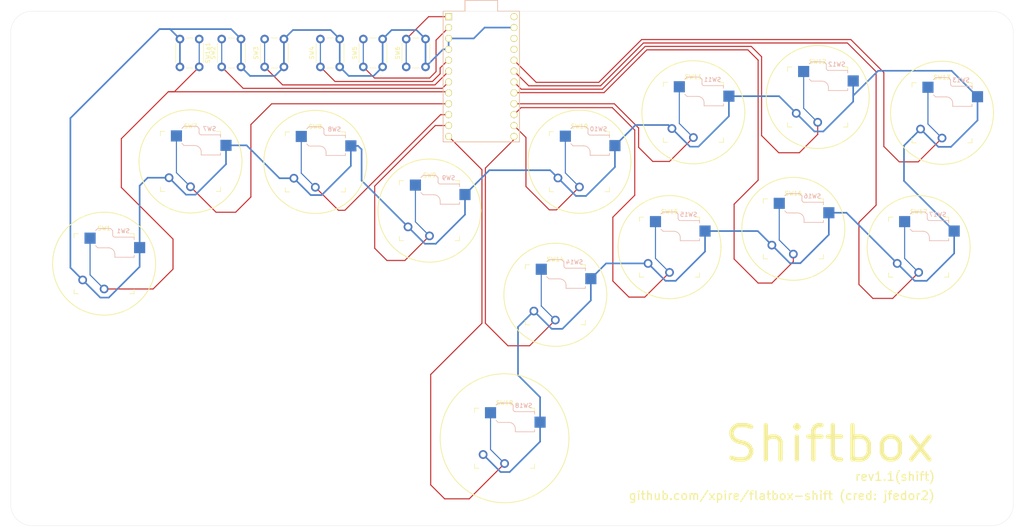
<source format=kicad_pcb>
(kicad_pcb (version 20211014) (generator pcbnew)
  (layers (0 "F.Cu" signal) (31 "B.Cu" signal) (34 "B.Paste" user) (35 "F.Paste" user) (36 "B.SilkS" user "B.Silkscreen") (37 "F.SilkS" user "F.Silkscreen") (38 "B.Mask" user) (39 "F.Mask" user) (44 "Edge.Cuts" user))
  (net 0 "")
  (net 1 "GND")
  (net 2 "LEFT")
  (net 3 "DOWN")
  (net 4 "RIGHT")
  (net 5 "UP")
  (net 6 "L1")
  (net 7 "R1")
  (net 8 "TRIANGLE")
  (net 9 "SQUARE")
  (net 10 "CIRCLE")
  (net 11 "CROSS")
  (net 12 "R2")
  (net 13 "L2")
  (net 17 "OPT1")
  (net 18 "OPT2")
  (net 19 "OPT3")
  (net 20 "OPT4")
  (net 21 "OPT5")
  (net 22 "OPT6")
  (footprint "Kailh:Kailh_socket_PG1350_optional" (layer "F.Cu") (at 102.4076 70.1484)
    (fp_text reference "SW8")
    (fp_text value "SW_Push")
  )
  (footprint "Kailh:Kailh_socket_PG1350_optional" (layer "F.Cu") (at 129.0076 81.4984)
    (fp_text reference "SW9")
    (fp_text value "SW_Push")
  )
  (footprint "Kailh:Kailh_socket_PG1350_optional" (layer "F.Cu") (at 146.5076 134.5984)
    (fp_text reference "SW18")
    (fp_text value "SW_Push")
  )
  (footprint "Kailh:Kailh_socket_PG1350_optional" (layer "F.Cu") (at 163.9476 70.0884)
    (fp_text reference "SW10")
    (fp_text value "SW_Push")
  )
  (footprint "Kailh:Kailh_socket_PG1350_optional" (layer "F.Cu") (at 190.5076 58.5584)
    (fp_text reference "SW11")
    (fp_text value "SW_Push")
  )
  (footprint "Kailh:Kailh_socket_PG1350_optional" (layer "F.Cu") (at 219.4776 55)
    (fp_text reference "SW12")
    (fp_text value "SW_Push")
  )
  (footprint "Kailh:Kailh_socket_PG1350_optional" (layer "F.Cu") (at 248.4476 58.6784)
    (fp_text reference "SW13")
    (fp_text value "SW_Push")
  )
  (footprint "Kailh:Kailh_socket_PG1350_optional" (layer "F.Cu") (at 158.3376 101.1284)
    (fp_text reference "SW14")
    (fp_text value "SW_Push")
  )
  (footprint "Kailh:Kailh_socket_PG1350_optional" (layer "F.Cu") (at 184.9476 90.0184)
    (fp_text reference "SW15")
    (fp_text value "SW_Push")
  )
  (footprint "Kailh:Kailh_socket_PG1350_optional" (layer "F.Cu") (at 213.7976 85.75)
    (fp_text reference "SW16")
    (fp_text value "SW_Push")
  )
  (footprint "Kailh:Kailh_socket_PG1350_optional" (layer "F.Cu") (at 243.0076 90.0184)
    (fp_text reference "SW17")
    (fp_text value "SW_Push")
  )
  (footprint "MountingHole:MountingHole_6.4mm_M6" (layer "F.Cu") (at 38.403134 41.9784)
    (fp_text reference "REF**" hide)
    (fp_text value "MountingHole_6.4mm_M6")
  )
  (footprint "MountingHole:MountingHole_6.4mm_M6" (layer "F.Cu") (at 38.403134 147.9784)
    (fp_text reference "REF**" hide)
    (fp_text value "MountingHole_6.4mm_M6")
  )
  (footprint "MountingHole:MountingHole_6.4mm_M6" (layer "F.Cu") (at 258.0876 147.9784)
    (fp_text reference "REF**" hide)
    (fp_text value "MountingHole_6.4mm_M6")
  )
  (footprint "MountingHole:MountingHole_6.4mm_M6" (layer "F.Cu") (at 258.0876 41.9784)
    (fp_text reference "REF**" hide)
    (fp_text value "MountingHole_6.4mm_M6")
  )
  (footprint "Kailh:Kailh_socket_PG1350_optional" (layer "F.Cu") (at 73.3126 70.0284)
    (fp_text reference "SW7")
    (fp_text value "SW_Push")
  )
  (footprint "MountingHole:MountingHole_6.4mm_M6" (layer "F.Cu") (at 160.0876 41.9784)
    (fp_text reference "REF**" hide)
    (fp_text value "MountingHole_6.4mm_M6")
  )
  (footprint "Button_Switch_THT:SW_PUSH_6mm_H5mm" (layer "F.Cu") (at 103.5876 47.9784 90)
    (fp_text reference "SW4")
    (fp_text value "SW_Push")
  )
  (footprint "Button_Switch_THT:SW_PUSH_6mm_H5mm" (layer "F.Cu") (at 80.5876 47.9784 90)
    (fp_text reference "SW2")
    (fp_text value "SW_Push")
  )
  (footprint "Button_Switch_THT:SW_PUSH_6mm_H5mm" (layer "F.Cu") (at 113.5876 47.9784 90)
    (fp_text reference "SW5")
    (fp_text value "SW_Push")
  )
  (footprint "Kailh:Kailh_socket_PG1350_optional" (layer "F.Cu") (at 53.1876 93.8784)
    (fp_text reference "SW1")
    (fp_text value "SW_Push")
  )
  (footprint "Button_Switch_THT:SW_PUSH_6mm_H5mm" (layer "F.Cu") (at 90.5876 47.9784 90)
    (fp_text reference "SW3")
    (fp_text value "SW_Push")
  )
  (footprint "Button_Switch_THT:SW_PUSH_6mm_H5mm" (layer "F.Cu") (at 123.5876 47.9784 90)
    (fp_text reference "SW6")
    (fp_text value "SW_Push")
  )
  (footprint "MountingHole:MountingHole_6.4mm_M6" (layer "F.Cu") (at 148.5876 82.9784)
    (fp_text reference "REF**" hide)
    (fp_text value "MountingHole_6.4mm_M6")
  )
  (footprint "MountingHole:MountingHole_6.4mm_M6" (layer "F.Cu") (at 165.0876 147.9784)
    (fp_text reference "REF**" hide)
    (fp_text value "MountingHole_6.4mm_M6")
  )
  (footprint "ProMicro:ProMicro" (layer "F.Cu") (at 141.0876 50.2284 -90)
    (fp_text reference "U1" hide)
    (fp_text value "ProMicro")
  )
  (footprint "Button_Switch_THT:SW_PUSH_6mm_H5mm" (layer "F.Cu") (at 75.3512 41.4784 -90)
    (fp_text reference "SW1a1")
    (fp_text value "SW_Push")
  )
  (gr_curve (pts (xy 231.013521 90.015821) (xy 231.013521 85.718907) (xy 233.299705 81.748396) (xy 237.01089 79.599939)) (layer "F.SilkS") (width 0.2))
  (gr_curve (pts (xy 190.942252 79.599939) (xy 194.653437 81.748396) (xy 196.939621 85.718907) (xy 196.939621 90.015821)) (layer "F.SilkS") (width 0.2))
  (gr_curve (pts (xy 152.340077 111.547708) (xy 148.628893 109.399252) (xy 146.342708 105.42874) (xy 146.342708 101.131826)) (layer "F.SilkS") (width 0.2))
  (gr_curve (pts (xy 96.405314 80.564812) (xy 92.694129 78.416355) (xy 90.407945 74.445844) (xy 90.407945 70.14893)) (layer "F.SilkS") (width 0.2))
  (gr_curve (pts (xy 255.002997 90.015821) (xy 255.002997 94.312734) (xy 252.716813 98.283246) (xy 249.005628 100.431703)) (layer "F.SilkS") (width 0.2))
  (gr_curve (pts (xy 139.001345 147.627812) (xy 134.358838 144.9402) (xy 131.498937 139.973289) (xy 131.498937 134.598065)) (layer "F.SilkS") (width 0.2))
  (gr_curve (pts (xy 184.505523 48.144036) (xy 188.216708 45.99558) (xy 192.789076 45.99558) (xy 196.500261 48.144036)) (layer "F.SilkS") (width 0.2))
  (gr_curve (pts (xy 254.445329 48.262284) (xy 258.156514 50.410741) (xy 260.442698 54.381253) (xy 260.442698 58.678166)) (layer "F.SilkS") (width 0.2))
  (gr_curve (pts (xy 139.001345 121.568318) (xy 143.643851 118.880706) (xy 149.363655 118.880706) (xy 154.006161 121.568318)) (layer "F.SilkS") (width 0.2))
  (gr_curve (pts (xy 248.44796 70.70539) (xy 241.82345 70.70539) (xy 236.453223 65.320618) (xy 236.453222 58.678166)) (layer "F.SilkS") (width 0.2))
  (gr_curve (pts (xy 79.309246 80.446562) (xy 75.598062 82.595019) (xy 71.025693 82.595019) (xy 67.314509 80.446562)) (layer "F.SilkS") (width 0.2))
  (gr_curve (pts (xy 157.953284 80.509268) (xy 154.242099 78.360811) (xy 151.955915 74.3903) (xy 151.955915 70.093386)) (layer "F.SilkS") (width 0.2))
  (gr_curve (pts (xy 169.948022 80.509268) (xy 166.236837 82.657725) (xy 161.664469 82.657725) (xy 157.953284 80.509268)) (layer "F.SilkS") (width 0.2))
  (gr_curve (pts (xy 90.407945 70.14893) (xy 90.407945 65.852017) (xy 92.694129 61.881505) (xy 96.405314 59.733048)) (layer "F.SilkS") (width 0.2))
  (gr_curve (pts (xy 67.314509 59.614798) (xy 71.025693 57.466341) (xy 75.598062 57.466341) (xy 79.309246 59.614798)) (layer "F.SilkS") (width 0.2))
  (gr_curve (pts (xy 170.332184 101.131826) (xy 170.332184 105.42874) (xy 168.046 109.399252) (xy 164.334815 111.547708)) (layer "F.SilkS") (width 0.2))
  (gr_curve (pts (xy 196.500261 68.9758) (xy 192.789076 71.124257) (xy 188.216708 71.124257) (xy 184.505523 68.9758)) (layer "F.SilkS") (width 0.2))
  (gr_line (start 202.49763 58.559918) (end 202.49763 58.559918) (layer "F.SilkS") (width 0.2))
  (gr_curve (pts (xy 108.400052 80.564812) (xy 104.688867 82.713269) (xy 100.116499 82.713269) (xy 96.405314 80.564812)) (layer "F.SilkS") (width 0.2))
  (gr_curve (pts (xy 154.006161 147.627812) (xy 149.363655 150.315424) (xy 143.643851 150.315424) (xy 139.001345 147.627812)) (layer "F.SilkS") (width 0.2))
  (gr_curve (pts (xy 164.334815 90.715946) (xy 168.046 92.864401) (xy 170.332184 96.834913) (xy 170.332184 101.131826)) (layer "F.SilkS") (width 0.2))
  (gr_curve (pts (xy 67.314509 80.446562) (xy 63.603324 78.298105) (xy 61.31714 74.327593) (xy 61.31714 70.03068)) (layer "F.SilkS") (width 0.2))
  (gr_curve (pts (xy 172.950145 90.015821) (xy 172.950145 85.718907) (xy 175.236329 81.748396) (xy 178.947514 79.599939)) (layer "F.SilkS") (width 0.2))
  (gr_curve (pts (xy 161.508569 134.598065) (xy 161.508569 139.973289) (xy 158.648667 144.9402) (xy 154.006161 147.627812)) (layer "F.SilkS") (width 0.2))
  (gr_curve (pts (xy 123.012766 91.917324) (xy 119.301582 89.768867) (xy 117.015398 85.798355) (xy 117.015398 81.501442)) (layer "F.SilkS") (width 0.2))
  (gr_curve (pts (xy 117.015398 81.501442) (xy 117.015398 77.204528) (xy 119.301582 73.234017) (xy 123.012766 71.08556)) (layer "F.SilkS") (width 0.2))
  (gr_curve (pts (xy 96.405314 59.733048) (xy 100.116499 57.584592) (xy 104.688867 57.584592) (xy 108.400052 59.733048)) (layer "F.SilkS") (width 0.2))
  (gr_circle (center 53.1876 93.8784) (end 65.1876 93.8784) (layer "F.SilkS") (width 0.2) (fill none))
  (gr_curve (pts (xy 249.005628 100.431703) (xy 245.294443 102.580159) (xy 240.722075 102.580159) (xy 237.01089 100.431703)) (layer "F.SilkS") (width 0.2))
  (gr_curve (pts (xy 196.939621 90.015821) (xy 196.939621 94.312734) (xy 194.653437 98.283246) (xy 190.942252 100.431703)) (layer "F.SilkS") (width 0.2))
  (gr_curve (pts (xy 152.340077 90.715946) (xy 156.051262 88.567488) (xy 160.62363 88.567488) (xy 164.334815 90.715946)) (layer "F.SilkS") (width 0.2))
  (gr_curve (pts (xy 135.007504 71.08556) (xy 138.718689 73.234017) (xy 141.004873 77.204528) (xy 141.004873 81.501442)) (layer "F.SilkS") (width 0.2))
  (gr_line (start 175.945391 70.093386) (end 175.945391 70.093386) (layer "F.SilkS") (width 0.2))
  (gr_curve (pts (xy 242.450591 48.262284) (xy 246.161776 46.113827) (xy 250.734144 46.113827) (xy 254.445329 48.262284)) (layer "F.SilkS") (width 0.2))
  (gr_curve (pts (xy 237.01089 100.431703) (xy 233.299705 98.283246) (xy 231.013521 94.312734) (xy 231.013521 90.015821)) (layer "F.SilkS") (width 0.2))
  (gr_circle (center 213.7976 85.75) (end 225.7976 85.75) (layer "F.SilkS") (width 0.2) (fill none))
  (gr_curve (pts (xy 202.49763 58.559918) (xy 202.49763 62.856832) (xy 200.211446 66.827343) (xy 196.500261 68.9758)) (layer "F.SilkS") (width 0.2))
  (gr_curve (pts (xy 123.012766 71.08556) (xy 126.723951 68.937103) (xy 131.296319 68.937103) (xy 135.007504 71.08556)) (layer "F.SilkS") (width 0.2))
  (gr_curve (pts (xy 135.007504 91.917324) (xy 131.296319 94.06578) (xy 126.723951 94.06578) (xy 123.012766 91.917324)) (layer "F.SilkS") (width 0.2))
  (gr_curve (pts (xy 169.948022 59.677504) (xy 173.659207 61.825961) (xy 175.945391 65.796473) (xy 175.945391 70.093386)) (layer "F.SilkS") (width 0.2))
  (gr_curve (pts (xy 260.442698 58.678166) (xy 260.442697 65.320618) (xy 255.07247 70.70539) (xy 248.44796 70.70539)) (layer "F.SilkS") (width 0.2))
  (gr_curve (pts (xy 178.947514 100.431703) (xy 175.236329 98.283246) (xy 172.950145 94.312734) (xy 172.950145 90.015821)) (layer "F.SilkS") (width 0.2))
  (gr_curve (pts (xy 236.453222 58.678166) (xy 236.453222 54.381253) (xy 238.739406 50.410741) (xy 242.450591 48.262284)) (layer "F.SilkS") (width 0.2))
  (gr_curve (pts (xy 190.942252 100.431703) (xy 187.231067 102.580159) (xy 182.658699 102.580159) (xy 178.947514 100.431703)) (layer "F.SilkS") (width 0.2))
  (gr_line (start 114.397421 70.14893) (end 114.397421 70.14893) (layer "F.SilkS") (width 0.2))
  (gr_line (start 161.508569 134.598065) (end 161.508569 134.598065) (layer "F.SilkS") (width 0.2))
  (gr_curve (pts (xy 154.006161 121.568318) (xy 158.648667 124.255929) (xy 161.508569 129.222841) (xy 161.508569 134.598065)) (layer "F.SilkS") (width 0.2))
  (gr_curve (pts (xy 178.508155 58.559918) (xy 178.508155 54.263005) (xy 180.794339 50.292493) (xy 184.505523 48.144036)) (layer "F.SilkS") (width 0.2))
  (gr_line (start 141.004873 81.501442) (end 141.004873 81.501442) (layer "F.SilkS") (width 0.2))
  (gr_line (start 196.939621 90.015821) (end 196.939621 90.015821) (layer "F.SilkS") (width 0.2))
  (gr_curve (pts (xy 61.31714 70.03068) (xy 61.31714 65.733767) (xy 63.603324 61.763255) (xy 67.314509 59.614798)) (layer "F.SilkS") (width 0.2))
  (gr_curve (pts (xy 178.947514 79.599939) (xy 182.658699 77.451482) (xy 187.231067 77.451482) (xy 190.942252 79.599939)) (layer "F.SilkS") (width 0.2))
  (gr_curve (pts (xy 108.400052 59.733048) (xy 112.111236 61.881505) (xy 114.397421 65.852017) (xy 114.397421 70.14893)) (layer "F.SilkS") (width 0.2))
  (gr_circle (center 219.4776 55) (end 231.4776 55) (layer "F.SilkS") (width 0.2) (fill none))
  (gr_line (start 85.306615 70.03068) (end 85.306615 70.03068) (layer "F.SilkS") (width 0.2))
  (gr_curve (pts (xy 114.397421 70.14893) (xy 114.397421 74.445844) (xy 112.111236 78.416355) (xy 108.400052 80.564812)) (layer "F.SilkS") (width 0.2))
  (gr_curve (pts (xy 184.505523 68.9758) (xy 180.794339 66.827343) (xy 178.508155 62.856832) (xy 178.508155 58.559918)) (layer "F.SilkS") (width 0.2))
  (gr_curve (pts (xy 141.004873 81.501442) (xy 141.004873 85.798355) (xy 138.718689 89.768867) (xy 135.007504 91.917324)) (layer "F.SilkS") (width 0.2))
  (gr_line (start 255.002997 90.015821) (end 255.002997 90.015821) (layer "F.SilkS") (width 0.2))
  (gr_curve (pts (xy 175.945391 70.093386) (xy 175.945391 74.3903) (xy 173.659207 78.360811) (xy 169.948022 80.509268)) (layer "F.SilkS") (width 0.2))
  (gr_curve (pts (xy 237.01089 79.599939) (xy 240.722075 77.451482) (xy 245.294443 77.451482) (xy 249.005628 79.599939)) (layer "F.SilkS") (width 0.2))
  (gr_curve (pts (xy 151.955915 70.093386) (xy 151.955915 65.796473) (xy 154.242099 61.825961) (xy 157.953284 59.677504)) (layer "F.SilkS") (width 0.2))
  (gr_curve (pts (xy 79.309246 59.614798) (xy 83.020431 61.763255) (xy 85.306615 65.733767) (xy 85.306615 70.03068)) (layer "F.SilkS") (width 0.2))
  (gr_curve (pts (xy 249.005628 79.599939) (xy 252.716813 81.748396) (xy 255.002997 85.718907) (xy 255.002997 90.015821)) (layer "F.SilkS") (width 0.2))
  (gr_curve (pts (xy 157.953284 59.677504) (xy 161.664469 57.529048) (xy 166.236837 57.529048) (xy 169.948022 59.677504)) (layer "F.SilkS") (width 0.2))
  (gr_line (start 170.332184 101.131826) (end 170.332184 101.131826) (layer "F.SilkS") (width 0.2))
  (gr_line (start 260.442698 58.678166) (end 260.442698 58.678166) (layer "F.SilkS") (width 0.2))
  (gr_curve (pts (xy 131.498937 134.598065) (xy 131.498937 129.222841) (xy 134.358838 124.255929) (xy 139.001345 121.568318)) (layer "F.SilkS") (width 0.2))
  (gr_curve (pts (xy 164.334815 111.547708) (xy 160.62363 113.696165) (xy 156.051262 113.696165) (xy 152.340077 111.547708)) (layer "F.SilkS") (width 0.2))
  (gr_curve (pts (xy 146.342708 101.131826) (xy 146.342708 96.834913) (xy 148.628893 92.864401) (xy 152.340077 90.715946)) (layer "F.SilkS") (width 0.2))
  (gr_curve (pts (xy 85.306615 70.03068) (xy 85.306615 74.327593) (xy 83.020431 78.298105) (xy 79.309246 80.446562)) (layer "F.SilkS") (width 0.2))
  (gr_curve (pts (xy 196.500261 48.144036) (xy 200.211446 50.292493) (xy 202.49763 54.263005) (xy 202.49763 58.559918)) (layer "F.SilkS") (width 0.2))
  (gr_line (start 265.0876 39.9784) (end 265.0876 149.9784) (layer "Edge.Cuts") (width 0.05))
  (gr_line (start 260.0876 154.9784) (end 36.403134 154.9784) (layer "Edge.Cuts") (width 0.05))
  (gr_line (start 31.403134 149.9784) (end 31.403134 39.9784) (layer "Edge.Cuts") (width 0.05))
  (gr_line (start 36.403134 34.9784) (end 260.0876 34.9784) (layer "Edge.Cuts") (width 0.05))
  (gr_arc (start 36.403134 154.9784) (mid 32.8676 153.513934) (end 31.403134 149.9784) (layer "Edge.Cuts") (width 0.05))
  (gr_arc (start 31.403134 39.9784) (mid 32.8676 36.442866) (end 36.403134 34.9784) (layer "Edge.Cuts") (width 0.05))
  (gr_arc (start 265.0876 149.9784) (mid 263.623134 153.513934) (end 260.0876 154.9784) (layer "Edge.Cuts") (width 0.05))
  (gr_arc (start 260.0876 34.9784) (mid 263.623134 36.442866) (end 265.0876 39.9784) (layer "Edge.Cuts") (width 0.05))
  (gr_text "github.com/xpire/flatbox-shift (cred: jfedor2)" (at 211.0876 147.9784) (layer "F.SilkS") (effects (font (size 2 2) (thickness 0.3))))
  (gr_text "rev1.1(shift)" (at 237.49 143.51) (layer "F.SilkS") (effects (font (size 2 2) (thickness 0.3))))
  (gr_text "Shiftbox" (at 222.25 135.89) (layer "F.SilkS") (effects (font (size 8 8) (thickness 1))))
  (segment (start 127.9376 89.2284) (end 130.4876 89.2284) (width 0.381) (layer "B.Cu") (net 1))
  (segment (start 125.9876 39.3784) (end 120.1876 39.3784) (width 0.381) (layer "B.Cu") (net 1))
  (segment (start 86.3876 66.2784) (end 94.0576 73.9484) (width 0.381) (layer "B.Cu") (net 1))
  (segment (start 82.776 39.1668) (end 66.0908 39.1668) (width 0.381) (layer "B.Cu") (net 1))
  (segment (start 177.0326 61.5284) (end 184.6776 61.5284) (width 0.381) (layer "B.Cu") (net 1))
  (segment (start 72.2626 77.7784) (end 74.4876 77.7784) (width 0.381) (layer "B.Cu") (net 1))
  (segment (start 68.5396 39.1668) (end 70.8512 41.4784) (width 0.381) (layer "B.Cu") (net 1))
  (segment (start 214.4776 58.8) (end 210.486 54.8084) (width 0.381) (layer "B.Cu") (net 1))
  (segment (start 132.1876 43.8784) (end 128.0876 47.9784) (width 0.381) (layer "B.Cu") (net 1))
  (segment (start 85.0876 41.4784) (end 85.0876 47.9784) (width 0.381) (layer "B.Cu") (net 1))
  (segment (start 118.0876 47.9784) (end 115.9876 50.0784) (width 0.381) (layer "B.Cu") (net 1))
  (segment (start 250.5376 66.6284) (end 256.7226 60.4434) (width 0.381) (layer "B.Cu") (net 1))
  (segment (start 154.7826 135.3834) (end 154.7826 130.8484) (width 0.381) (layer "B.Cu") (net 1))
  (segment (start 61.4626 75.6974) (end 61.4626 90.1284) (width 0.381) (layer "B.Cu") (net 1))
  (segment (start 165.4876 78.0784) (end 172.2226 71.3434) (width 0.381) (layer "B.Cu") (net 1))
  (segment (start 54.283101 101.781443) (end 52.290643 101.781443) (width 0.381) (layer "B.Cu") (net 1))
  (segment (start 239.5876 66.3384) (end 239.5876 74.5734) (width 0.381) (layer "B.Cu") (net 1))
  (segment (start 159.9876 109.0784) (end 166.6126 102.4534) (width 0.381) (layer "B.Cu") (net 1))
  (segment (start 52.290643 101.781443) (end 48.1876 97.6784) (width 0.381) (layer "B.Cu") (net 1))
  (segment (start 115.9876 50.0784) (end 110.1876 50.0784) (width 0.381) (layer "B.Cu") (net 1))
  (segment (start 133.4676 41.3384) (end 133.4676 43.8784) (width 0.381) (layer "B.Cu") (net 1))
  (segment (start 85.0876 41.4784) (end 82.776 39.1668) (width 0.381) (layer "B.Cu") (net 1))
  (segment (start 87.1876 50.0784) (end 85.0876 47.9784) (width 0.381) (layer "B.Cu") (net 1))
  (segment (start 256.7226 60.4434) (end 256.7226 54.9284) (width 0.381) (layer "B.Cu") (net 1))
  (segment (start 141.8676 38.7984) (end 148.7076 38.7984) (width 0.381) (layer "B.Cu") (net 1))
  (segment (start 222.0726 82) (end 226.1892 82) (width 0.381) (layer "B.Cu") (net 1))
  (segment (start 213.0076 93.76) (end 215.4376 93.76) (width 0.381) (layer "B.Cu") (net 1))
  (segment (start 220.7876 63.04) (end 227.7526 56.075) (width 0.381) (layer "B.Cu") (net 1))
  (segment (start 63.3316 73.8284) (end 61.4626 75.6974) (width 0.381) (layer "B.Cu") (net 1))
  (segment (start 101.3376 77.8784) (end 103.8876 77.8784) (width 0.381) (layer "B.Cu") (net 1))
  (segment (start 68.3126 73.8284) (end 72.2626 77.7784) (width 0.381) (layer "B.Cu") (net 1))
  (segment (start 45.326368 94.817168) (end 48.1876 97.6784) (width 0.381) (layer "B.Cu") (net 1))
  (segment (start 110.1876 50.0784) (end 108.0876 47.9784) (width 0.381) (layer "B.Cu") (net 1))
  (segment (start 242.0676 97.8784) (end 244.8876 97.8784) (width 0.381) (layer "B.Cu") (net 1))
  (segment (start 251.2826 91.4834) (end 251.2826 86.2684) (width 0.381) (layer "B.Cu") (net 1))
  (segment (start 184.6776 61.5284) (end 185.5076 62.3584) (width 0.381) (layer "B.Cu") (net 1))
  (segment (start 210.486 54.8084) (end 198.7826 54.8084) (width 0.381) (layer "B.Cu") (net 1))
  (segment (start 95.0876 47.9784) (end 92.9876 50.0784) (width 0.381) (layer "B.Cu") (net 1))
  (segment (start 198.7826 59.4834) (end 198.7826 54.8084) (width 0.381) (layer "B.Cu") (net 1))
  (segment (start 172.2226 71.3434) (end 172.2226 66.3384) (width 0.381) (layer "B.Cu") (net 1))
  (segment (start 149.6376 119.8784) (end 154.7826 125.0234) (width 0.381) (layer "B.Cu") (net 1))
  (segment (start 208.7976 89.55) (end 213.0076 93.76) (width 0.381) (layer "B.Cu") (net 1))
  (segment (start 179.9476 93.8184) (end 170.1726 93.8184) (width 0.381) (layer "B.Cu") (net 1))
  (segment (start 45.326368 59.931232) (end 45.326368 94.817168) (width 0.381) (layer "B.Cu") (net 1))
  (segment (start 94.0576 73.9484) (end 97.4076 73.9484) (width 0.381) (layer "B.Cu") (net 1))
  (segment (start 118.0876 41.4784) (end 118.0876 47.9784) (width 0.381) (layer "B.Cu") (net 1))
  (segment (start 81.5876 70.6784) (end 81.5876 66.2784) (width 0.381) (layer "B.Cu") (net 1))
  (segment (start 141.5076 138.3984) (end 145.5876 142.4784) (width 0.381) (layer "B.Cu") (net 1))
  (segment (start 112.3576 66.3984) (end 113.1876 67.2284) (width 0.381) (layer "B.Cu") (net 1))
  (segment (start 185.5076 62.3584) (end 189.7276 66.5784) (width 0.381) (layer "B.Cu") (net 1))
  (segment (start 172.2226 66.3384) (end 177.0326 61.5284) (width 0.381) (layer "B.Cu") (net 1))
  (segment (start 103.8876 77.8784) (end 110.6826 71.0834) (width 0.381) (layer "B.Cu") (net 1))
  (segment (start 191.6876 66.5784) (end 198.7826 59.4834) (width 0.381) (layer "B.Cu") (net 1))
  (segment (start 66.0908 39.1668) (end 68.5396 39.1668) (width 0.381) (layer "B.Cu") (net 1))
  (segment (start 184.0076 97.8784) (end 186.3876 97.8784) (width 0.381) (layer "B.Cu") (net 1))
  (segment (start 124.0076 85.2984) (end 127.9376 89.2284) (width 0.381) (layer "B.Cu") (net 1))
  (segment (start 61.4626 90.1284) (end 61.4626 94.601944) (width 0.381) (layer "B.Cu") (net 1))
  (segment (start 163.1376 78.0784) (end 165.4876 78.0784) (width 0.381) (layer "B.Cu") (net 1))
  (segment (start 133.4676 43.8784) (end 132.1876 43.8784) (width 0.381) (layer "B.Cu") (net 1))
  (segment (start 157.1376 72.0784) (end 158.9476 73.8884) (width 0.381) (layer "B.Cu") (net 1))
  (segment (start 137.2826 77.7484) (end 142.9526 72.0784) (width 0.381) (layer "B.Cu") (net 1))
  (segment (start 128.0876 41.4784) (end 128.0876 47.9784) (width 0.381) (layer "B.Cu") (net 1))
  (segment (start 153.3376 104.9284) (end 157.4876 109.0784) (width 0.381) (layer "B.Cu") (net 1))
  (segment (start 170.1726 93.8184) (end 166.6126 97.3784) (width 0.381) (layer "B.Cu") (net 1))
  (segment (start 95.0876 41.4784) (end 95.0876 47.9784) (width 0.381) (layer "B.Cu") (net 1))
  (segment (start 226.1892 82) (end 238.0076 93.8184) (width 0.381) (layer "B.Cu") (net 1))
  (segment (start 238.0076 93.8184) (end 242.0676 97.8784) (width 0.381) (layer "B.Cu") (net 1))
  (segment (start 130.4876 89.2284) (end 137.2826 82.4334) (width 0.381) (layer "B.Cu") (net 1))
  (segment (start 147.6876 142.4784) (end 154.7826 135.3834) (width 0.381) (layer "B.Cu") (net 1))
  (segment (start 215.4376 93.76) (end 222.0726 87.125) (width 0.381) (layer "B.Cu") (net 1))
  (segment (start 66.0908 39.1668) (end 45.326368 59.931232) (width 0.381) (layer "B.Cu") (net 1))
  (segment (start 145.5876 142.4784) (end 147.6876 142.4784) (width 0.381) (layer "B.Cu") (net 1))
  (segment (start 214.4776 58.8) (end 218.7176 63.04) (width 0.381) (layer "B.Cu") (net 1))
  (segment (start 222.0726 87.125) (end 222.0726 82) (width 0.381) (layer "B.Cu") (net 1))
  (segment (start 239.5876 74.5734) (end 251.2826 86.2684) (width 0.381) (layer "B.Cu") (net 1))
  (segment (start 61.4626 94.601944) (end 54.283101 101.781443) (width 0.381) (layer "B.Cu") (net 1))
  (segment (start 243.4476 62.4784) (end 239.5876 66.3384) (width 0.381) (layer "B.Cu") (net 1))
  (segment (start 110.6826 71.0834) (end 110.6826 66.3984) (width 0.381) (layer "B.Cu") (net 1))
  (segment (start 233.5626 48.8784) (end 250.6726 48.8784) (width 0.381) (layer "B.Cu") (net 1))
  (segment (start 70.8512 47.9784) (end 70.8512 41.4784) (width 0.381) (layer "B.Cu") (net 1))
  (segment (start 243.4476 62.4784) (end 247.5976 66.6284) (width 0.381) (layer "B.Cu") (net 1))
  (segment (start 166.6126 102.4534) (end 166.6126 97.3784) (width 0.381) (layer "B.Cu") (net 1))
  (segment (start 137.2826 82.4334) (end 137.2826 77.7484) (width 0.381) (layer "B.Cu") (net 1))
  (segment (start 139.3276 41.3384) (end 141.8676 38.7984) (width 0.381) (layer "B.Cu") (net 1))
  (segment (start 108.0876 41.4784) (end 105.9876 39.3784) (width 0.381) (layer "B.Cu") (net 1))
  (segment (start 113.1876 67.2284) (end 113.1876 74.4784) (width 0.381) (layer "B.Cu") (net 1))
  (segment (start 128.0876 41.4784) (end 125.9876 39.3784) (width 0.381) (layer "B.Cu") (net 1))
  (segment (start 157.4876 109.0784) (end 159.9876 109.0784) (width 0.381) (layer "B.Cu") (net 1))
  (segment (start 133.4676 41.3384) (end 139.3276 41.3384) (width 0.381) (layer "B.Cu") (net 1))
  (segment (start 186.3876 97.8784) (end 193.2226 91.0434) (width 0.381) (layer "B.Cu") (net 1))
  (segment (start 193.2226 91.0434) (end 193.2226 86.2684) (width 0.381) (layer "B.Cu") (net 1))
  (segment (start 189.7276 66.5784) (end 191.6876 66.5784) (width 0.381) (layer "B.Cu") (net 1))
  (segment (start 74.4876 77.7784) (end 81.5876 70.6784) (width 0.381) (layer "B.Cu") (net 1))
  (segment (start 113.1876 74.4784) (end 124.0076 85.2984) (width 0.381) (layer "B.Cu") (net 1))
  (segment (start 97.4076 73.9484) (end 101.3376 77.8784) (width 0.381) (layer "B.Cu") (net 1))
  (segment (start 247.5976 66.6284) (end 250.5376 66.6284) (width 0.381) (layer "B.Cu") (net 1))
  (segment (start 149.6376 108.6284) (end 149.6376 119.8784) (width 0.381) (layer "B.Cu") (net 1))
  (segment (start 244.8876 97.8784) (end 251.2826 91.4834) (width 0.381) (layer "B.Cu") (net 1))
  (segment (start 108.0876 41.4784) (end 108.0876 47.9784) (width 0.381) (layer "B.Cu") (net 1))
  (segment (start 105.9876 39.3784) (end 97.1876 39.3784) (width 0.381) (layer "B.Cu") (net 1))
  (segment (start 97.1876 39.3784) (end 95.0876 41.4784) (width 0.381) (layer "B.Cu") (net 1))
  (segment (start 110.6826 66.3984) (end 112.3576 66.3984) (width 0.381) (layer "B.Cu") (net 1))
  (segment (start 193.2226 86.2684) (end 205.516 86.2684) (width 0.381) (layer "B.Cu") (net 1))
  (segment (start 92.9876 50.0784) (end 87.1876 50.0784) (width 0.381) (layer "B.Cu") (net 1))
  (segment (start 158.9476 73.8884) (end 163.1376 78.0784) (width 0.381) (layer "B.Cu") (net 1))
  (segment (start 154.7826 125.0234) (end 154.7826 130.8484) (width 0.381) (layer "B.Cu") (net 1))
  (segment (start 142.9526 72.0784) (end 157.1376 72.0784) (width 0.381) (layer "B.Cu") (net 1))
  (segment (start 205.516 86.2684) (end 208.7976 89.55) (width 0.381) (layer "B.Cu") (net 1))
  (segment (start 153.3376 104.9284) (end 149.6376 108.6284) (width 0.381) (layer "B.Cu") (net 1))
  (segment (start 218.7176 63.04) (end 220.7876 63.04) (width 0.381) (layer "B.Cu") (net 1))
  (segment (start 120.1876 39.3784) (end 118.0876 41.4784) (width 0.381) (layer "B.Cu") (net 1))
  (segment (start 250.6726 48.8784) (end 256.7226 54.9284) (width 0.381) (layer "B.Cu") (net 1))
  (segment (start 68.3126 73.8284) (end 63.3316 73.8284) (width 0.381) (layer "B.Cu") (net 1))
  (segment (start 227.7526 54.6884) (end 233.5626 48.8784) (width 0.381) (layer "B.Cu") (net 1))
  (segment (start 179.9476 93.8184) (end 184.0076 97.8784) (width 0.381) (layer "B.Cu") (net 1))
  (segment (start 227.7526 56.075) (end 227.7526 51.25) (width 0.381) (layer "B.Cu") (net 1))
  (segment (start 81.5876 66.2784) (end 86.3876 66.2784) (width 0.381) (layer "B.Cu") (net 1))
  (segment (start 133.4676 56.5784) (end 92.2376 56.5784) (width 0.254) (layer "F.Cu") (net 2))
  (segment (start 83.8376 81.8784) (end 79.2626 81.8784) (width 0.254) (layer "F.Cu") (net 2))
  (segment (start 92.2376 56.5784) (end 87.3876 61.4284) (width 0.254) (layer "F.Cu") (net 2))
  (segment (start 79.2626 81.8784) (end 73.3126 75.9284) (width 0.254) (layer "F.Cu") (net 2))
  (segment (start 87.3876 61.4284) (end 87.3876 78.3284) (width 0.254) (layer "F.Cu") (net 2))
  (segment (start 87.3876 78.3284) (end 83.8376 81.8784) (width 0.254) (layer "F.Cu") (net 2))
  (segment (start 70.0376 72.6534) (end 73.3126 75.9284) (width 0.254) (layer "B.Cu") (net 2))
  (segment (start 70.0376 64.0784) (end 70.0376 72.6534) (width 0.254) (layer "B.Cu") (net 2))
  (segment (start 107.7876 81.4284) (end 102.4076 76.0484) (width 0.254) (layer "F.Cu") (net 3))
  (segment (start 109.2876 81.4284) (end 107.7876 81.4284) (width 0.254) (layer "F.Cu") (net 3))
  (segment (start 131.5976 59.1184) (end 109.2876 81.4284) (width 0.254) (layer "F.Cu") (net 3))
  (segment (start 133.4676 59.1184) (end 131.5976 59.1184) (width 0.254) (layer "F.Cu") (net 3))
  (segment (start 99.1326 64.1984) (end 99.1326 72.7734) (width 0.254) (layer "B.Cu") (net 3))
  (segment (start 99.1326 72.7734) (end 102.4076 76.0484) (width 0.254) (layer "B.Cu") (net 3))
  (segment (start 116.2376 75.7784) (end 116.2376 90.2784) (width 0.254) (layer "F.Cu") (net 4))
  (segment (start 119.0876 93.1284) (end 123.2776 93.1284) (width 0.254) (layer "F.Cu") (net 4))
  (segment (start 116.2376 90.2784) (end 119.0876 93.1284) (width 0.254) (layer "F.Cu") (net 4))
  (segment (start 123.2776 93.1284) (end 129.0076 87.3984) (width 0.254) (layer "F.Cu") (net 4))
  (segment (start 133.4676 61.6584) (end 130.3576 61.6584) (width 0.254) (layer "F.Cu") (net 4))
  (segment (start 130.3576 61.6584) (end 116.2376 75.7784) (width 0.254) (layer "F.Cu") (net 4))
  (segment (start 125.7326 84.1234) (end 129.0076 87.3984) (width 0.254) (layer "B.Cu") (net 4))
  (segment (start 125.7326 75.5484) (end 125.7326 84.1234) (width 0.254) (layer "B.Cu") (net 4))
  (segment (start 141.23359 107.78241) (end 129.2876 119.7284) (width 0.254) (layer "F.Cu") (net 5))
  (segment (start 129.2876 119.7284) (end 129.2876 145.4784) (width 0.254) (layer "F.Cu") (net 5))
  (segment (start 133.4676 64.1984) (end 141.23359 71.96439) (width 0.254) (layer "F.Cu") (net 5))
  (segment (start 129.2876 145.4784) (end 132.5376 148.7284) (width 0.254) (layer "F.Cu") (net 5))
  (segment (start 141.23359 71.96439) (end 141.23359 107.78241) (width 0.254) (layer "F.Cu") (net 5))
  (segment (start 138.2776 148.7284) (end 146.5076 140.4984) (width 0.254) (layer "F.Cu") (net 5))
  (segment (start 132.5376 148.7284) (end 138.2776 148.7284) (width 0.254) (layer "F.Cu") (net 5))
  (segment (start 143.2326 137.2234) (end 146.5076 140.4984) (width 0.254) (layer "B.Cu") (net 5))
  (segment (start 143.2326 128.6484) (end 143.2326 137.2234) (width 0.254) (layer "B.Cu") (net 5))
  (segment (start 242.8976 70.1284) (end 248.4476 64.5784) (width 0.254) (layer "F.Cu") (net 6))
  (segment (start 234.8876 66.5284) (end 238.4876 70.1284) (width 0.254) (layer "F.Cu") (net 6))
  (segment (start 227.2 41.6) (end 234.8876 49.2876) (width 0.254) (layer "F.Cu") (net 6))
  (segment (start 148.7076 46.4184) (end 153.8676 51.5784) (width 0.254) (layer "F.Cu") (net 6))
  (segment (start 238.4876 70.1284) (end 242.8976 70.1284) (width 0.254) (layer "F.Cu") (net 6))
  (segment (start 153.8676 51.5784) (end 168.4626 51.5784) (width 0.254) (layer "F.Cu") (net 6))
  (segment (start 178.441 41.6) (end 227.2 41.6) (width 0.254) (layer "F.Cu") (net 6))
  (segment (start 234.8876 49.2876) (end 234.8876 66.5284) (width 0.254) (layer "F.Cu") (net 6))
  (segment (start 168.4626 51.5784) (end 178.441 41.6) (width 0.254) (layer "F.Cu") (net 6))
  (segment (start 245.1726 52.7284) (end 245.1726 61.3034) (width 0.254) (layer "B.Cu") (net 6))
  (segment (start 245.1726 61.3034) (end 248.4476 64.5784) (width 0.254) (layer "B.Cu") (net 6))
  (segment (start 179.266 43.2) (end 204 43.2) (width 0.254) (layer "F.Cu") (net 7))
  (segment (start 206.4 45.6) (end 206.4 64) (width 0.254) (layer "F.Cu") (net 7))
  (segment (start 150.3876 53.1784) (end 169.2876 53.1784) (width 0.254) (layer "F.Cu") (net 7))
  (segment (start 204 43.2) (end 206.4 45.6) (width 0.254) (layer "F.Cu") (net 7))
  (segment (start 148.7076 51.4984) (end 150.3876 53.1784) (width 0.254) (layer "F.Cu") (net 7))
  (segment (start 215.2 68) (end 219.4776 63.7224) (width 0.254) (layer "F.Cu") (net 7))
  (segment (start 219.4776 63.7224) (end 219.4776 60.9) (width 0.254) (layer "F.Cu") (net 7))
  (segment (start 210.4 68) (end 215.2 68) (width 0.254) (layer "F.Cu") (net 7))
  (segment (start 206.4 64) (end 210.4 68) (width 0.254) (layer "F.Cu") (net 7))
  (segment (start 169.2876 53.1784) (end 179.266 43.2) (width 0.254) (layer "F.Cu") (net 7))
  (segment (start 216.2026 49.05) (end 216.2026 57.625) (width 0.254) (layer "B.Cu") (net 7))
  (segment (start 216.2026 57.625) (end 219.4776 60.9) (width 0.254) (layer "B.Cu") (net 7))
  (segment (start 177.7376 66.7284) (end 181.0376 70.0284) (width 0.254) (layer "F.Cu") (net 8))
  (segment (start 148.7076 56.5784) (end 172.0876 56.5784) (width 0.254) (layer "F.Cu") (net 8))
  (segment (start 172.0876 56.5784) (end 177.7376 62.2284) (width 0.254) (layer "F.Cu") (net 8))
  (segment (start 184.9376 70.0284) (end 190.5076 64.4584) (width 0.254) (layer "F.Cu") (net 8))
  (segment (start 181.0376 70.0284) (end 184.9376 70.0284) (width 0.254) (layer "F.Cu") (net 8))
  (segment (start 177.7376 62.2284) (end 177.7376 66.7284) (width 0.254) (layer "F.Cu") (net 8))
  (segment (start 187.2326 61.1834) (end 190.5076 64.4584) (width 0.254) (layer "B.Cu") (net 8))
  (segment (start 187.2326 52.6084) (end 187.2326 61.1834) (width 0.254) (layer "B.Cu") (net 8))
  (segment (start 156.9376 81.3284) (end 158.6076 81.3284) (width 0.254) (layer "F.Cu") (net 9))
  (segment (start 158.6076 81.3284) (end 163.9476 75.9884) (width 0.254) (layer "F.Cu") (net 9))
  (segment (start 148.7076 61.6584) (end 151.4876 64.4384) (width 0.254) (layer "F.Cu") (net 9))
  (segment (start 151.4876 75.8784) (end 156.9376 81.3284) (width 0.254) (layer "F.Cu") (net 9))
  (segment (start 151.4876 64.4384) (end 151.4876 75.8784) (width 0.254) (layer "F.Cu") (net 9))
  (segment (start 160.6726 72.7134) (end 163.9476 75.9884) (width 0.254) (layer "B.Cu") (net 9))
  (segment (start 160.6726 64.1384) (end 160.6726 72.7134) (width 0.254) (layer "B.Cu") (net 9))
  (segment (start 171.7376 97.9284) (end 175.4876 101.6784) (width 0.254) (layer "F.Cu") (net 10))
  (segment (start 176.8376 77.9284) (end 171.7376 83.0284) (width 0.254) (layer "F.Cu") (net 10))
  (segment (start 171.7376 83.0284) (end 171.7376 97.9284) (width 0.254) (layer "F.Cu") (net 10))
  (segment (start 179.1876 101.6784) (end 184.9476 95.9184) (width 0.254) (layer "F.Cu") (net 10))
  (segment (start 148.7076 59.1184) (end 150.3476 57.4784) (width 0.254) (layer "F.Cu") (net 10))
  (segment (start 176.8376 62.7034) (end 176.8376 77.9284) (width 0.254) (layer "F.Cu") (net 10))
  (segment (start 175.4876 101.6784) (end 179.1876 101.6784) (width 0.254) (layer "F.Cu") (net 10))
  (segment (start 150.3476 57.4784) (end 171.6126 57.4784) (width 0.254) (layer "F.Cu") (net 10))
  (segment (start 171.6126 57.4784) (end 176.8376 62.7034) (width 0.254) (layer "F.Cu") (net 10))
  (segment (start 181.6726 92.6434) (end 184.9476 95.9184) (width 0.254) (layer "B.Cu") (net 10))
  (segment (start 181.6726 84.0684) (end 181.6726 92.6434) (width 0.254) (layer "B.Cu") (net 10))
  (segment (start 148.7076 64.1984) (end 148.7076 64.9084) (width 0.254) (layer "F.Cu") (net 11))
  (segment (start 142.0376 107.7784) (end 147.2876 113.0284) (width 0.254) (layer "F.Cu") (net 11))
  (segment (start 148.7076 64.9084) (end 142.0376 71.5784) (width 0.254) (layer "F.Cu") (net 11))
  (segment (start 152.3376 113.0284) (end 158.3376 107.0284) (width 0.254) (layer "F.Cu") (net 11))
  (segment (start 147.2876 113.0284) (end 152.3376 113.0284) (width 0.254) (layer "F.Cu") (net 11))
  (segment (start 142.0376 71.5784) (end 142.0376 107.7784) (width 0.254) (layer "F.Cu") (net 11))
  (segment (start 155.0626 95.1784) (end 155.0626 103.7534) (width 0.254) (layer "B.Cu") (net 11))
  (segment (start 155.0626 103.7534) (end 158.3376 107.0284) (width 0.254) (layer "B.Cu") (net 11))
  (segment (start 213.7976 93.4024) (end 213.7976 91.65) (width 0.254) (layer "F.Cu") (net 12))
  (segment (start 148.7676 53.9784) (end 169.6876 53.9784) (width 0.254) (layer "F.Cu") (net 12))
  (segment (start 148.7076 54.0384) (end 148.7676 53.9784) (width 0.254) (layer "F.Cu") (net 12))
  (segment (start 200 92.8) (end 205.6 98.4) (width 0.254) (layer "F.Cu") (net 12))
  (segment (start 169.6876 53.9784) (end 177.833 45.833) (width 0.254) (layer "F.Cu") (net 12))
  (segment (start 208.8 98.4) (end 213.7976 93.4024) (width 0.254) (layer "F.Cu") (net 12))
  (segment (start 177.833 45.833) (end 177.873 45.793) (width 0.254) (layer "F.Cu") (net 12))
  (segment (start 205.6 74.4) (end 200 80) (width 0.254) (layer "F.Cu") (net 12))
  (segment (start 200 80) (end 200 92.8) (width 0.254) (layer "F.Cu") (net 12))
  (segment (start 177.833 45.833) (end 179.666 44) (width 0.254) (layer "F.Cu") (net 12))
  (segment (start 203.2 44) (end 205.6 46.4) (width 0.254) (layer "F.Cu") (net 12))
  (segment (start 179.666 44) (end 203.2 44) (width 0.254) (layer "F.Cu") (net 12))
  (segment (start 205.6 46.4) (end 205.6 74.4) (width 0.254) (layer "F.Cu") (net 12))
  (segment (start 205.6 98.4) (end 208.8 98.4) (width 0.254) (layer "F.Cu") (net 12))
  (segment (start 210.5226 79.8) (end 210.5226 88.375) (width 0.254) (layer "B.Cu") (net 12))
  (segment (start 210.5226 88.375) (end 213.7976 91.65) (width 0.254) (layer "B.Cu") (net 12))
  (segment (start 229.0876 98.7284) (end 232.3376 101.9784) (width 0.254) (layer "F.Cu") (net 13))
  (segment (start 178.866 42.4) (end 226.4 42.4) (width 0.254) (layer "F.Cu") (net 13))
  (segment (start 226.4 42.4) (end 233.0876 49.0876) (width 0.254) (layer "F.Cu") (net 13))
  (segment (start 152.1276 52.3784) (end 168.8876 52.3784) (width 0.254) (layer "F.Cu") (net 13))
  (segment (start 177.033 44.233) (end 177.0876 44.1784) (width 0.254) (layer "F.Cu") (net 13))
  (segment (start 177.033 44.233) (end 178.866 42.4) (width 0.254) (layer "F.Cu") (net 13))
  (segment (start 233.0876 80.2284) (end 229.0876 84.2284) (width 0.254) (layer "F.Cu") (net 13))
  (segment (start 236.9476 101.9784) (end 243.0076 95.9184) (width 0.254) (layer "F.Cu") (net 13))
  (segment (start 148.7076 48.9584) (end 152.1276 52.3784) (width 0.254) (layer "F.Cu") (net 13))
  (segment (start 168.8876 52.3784) (end 177.033 44.233) (width 0.254) (layer "F.Cu") (net 13))
  (segment (start 232.3376 101.9784) (end 236.9476 101.9784) (width 0.254) (layer "F.Cu") (net 13))
  (segment (start 233.0876 49.0876) (end 233.0876 80.2284) (width 0.254) (layer "F.Cu") (net 13))
  (segment (start 229.0876 84.2284) (end 229.0876 98.7284) (width 0.254) (layer "F.Cu") (net 13))
  (segment (start 239.7326 92.6434) (end 243.0076 95.9184) (width 0.254) (layer "B.Cu") (net 13))
  (segment (start 239.7326 84.0684) (end 239.7326 92.6434) (width 0.254) (layer "B.Cu") (net 13))
  (segment (start 68.1416 53.7784) (end 69.5512 53.7784) (width 0.254) (layer "F.Cu") (net 17))
  (segment (start 69.2404 95.1484) (end 64.6104 99.7784) (width 0.254) (layer "F.Cu") (net 17))
  (segment (start 57.2008 64.7192) (end 57.2008 76.0984) (width 0.254) (layer "F.Cu") (net 17))
  (segment (start 133.2076 53.7784) (end 68.1416 53.7784) (width 0.254) (layer "F.Cu") (net 17))
  (segment (start 68.1416 53.7784) (end 57.2008 64.7192) (width 0.254) (layer "F.Cu") (net 17))
  (segment (start 69.2404 88.138) (end 69.2404 95.1484) (width 0.254) (layer "F.Cu") (net 17))
  (segment (start 57.2008 76.0984) (end 69.2404 88.138) (width 0.254) (layer "F.Cu") (net 17))
  (segment (start 64.6104 99.7784) (end 53.1876 99.7784) (width 0.254) (layer "F.Cu") (net 17))
  (segment (start 69.5512 53.7784) (end 75.3512 47.9784) (width 0.254) (layer "F.Cu") (net 17))
  (segment (start 133.4676 54.0384) (end 133.2076 53.7784) (width 0.254) (layer "F.Cu") (net 17))
  (segment (start 53.1876 99.7784) (end 49.9126 96.5034) (width 0.254) (layer "B.Cu") (net 17))
  (segment (start 49.9126 96.5034) (end 49.9126 87.9284) (width 0.254) (layer "B.Cu") (net 17))
  (segment (start 75.3512 47.9784) (end 75.3512 41.4784) (width 0.254) (layer "B.Cu") (net 17))
  (segment (start 81.587599 48.978399) (end 80.5876 47.9784) (width 0.254) (layer "F.Cu") (net 18))
  (segment (start 131.9876 52.9784) (end 85.5876 52.9784) (width 0.254) (layer "F.Cu") (net 18))
  (segment (start 85.5876 52.9784) (end 81.587599 48.978399) (width 0.254) (layer "F.Cu") (net 18))
  (segment (start 133.4676 51.4984) (end 131.9876 52.9784) (width 0.254) (layer "F.Cu") (net 18))
  (segment (start 80.5876 47.9784) (end 80.5876 41.4784) (width 0.254) (layer "B.Cu") (net 18))
  (segment (start 130.2876 52.1784) (end 94.7876 52.1784) (width 0.254) (layer "F.Cu") (net 19))
  (segment (start 94.7876 52.1784) (end 91.587599 48.978399) (width 0.254) (layer "F.Cu") (net 19))
  (segment (start 91.587599 48.978399) (end 90.5876 47.9784) (width 0.254) (layer "F.Cu") (net 19))
  (segment (start 133.4676 48.9584) (end 133.4676 48.9984) (width 0.254) (layer "F.Cu") (net 19))
  (segment (start 133.4676 48.9984) (end 130.2876 52.1784) (width 0.254) (layer "F.Cu") (net 19))
  (segment (start 90.5876 47.9784) (end 90.5876 41.4784) (width 0.254) (layer "B.Cu") (net 19))
  (segment (start 131.4876 48.2284) (end 131.4876 49.5784) (width 0.254) (layer "F.Cu") (net 20))
  (segment (start 133.2976 46.4184) (end 131.4876 48.2284) (width 0.254) (layer "F.Cu") (net 20))
  (segment (start 133.4676 46.4184) (end 133.2976 46.4184) (width 0.254) (layer "F.Cu") (net 20))
  (segment (start 131.4876 49.5784) (end 129.6876 51.3784) (width 0.254) (layer "F.Cu") (net 20))
  (segment (start 106.9876 51.3784) (end 103.5876 47.9784) (width 0.254) (layer "F.Cu") (net 20))
  (segment (start 129.6876 51.3784) (end 106.9876 51.3784) (width 0.254) (layer "F.Cu") (net 20))
  (segment (start 103.5876 47.9784) (end 103.5876 41.4784) (width 0.254) (layer "B.Cu") (net 20))
  (segment (start 130.5376 49.0784) (end 129.0376 50.5784) (width 0.254) (layer "F.Cu") (net 21))
  (segment (start 130.5376 41.7284) (end 130.5376 49.0784) (width 0.254) (layer "F.Cu") (net 21))
  (segment (start 129.0376 50.5784) (end 116.1876 50.5784) (width 0.254) (layer "F.Cu") (net 21))
  (segment (start 116.1876 50.5784) (end 113.5876 47.9784) (width 0.254) (layer "F.Cu") (net 21))
  (segment (start 133.4676 38.7984) (end 130.5376 41.7284) (width 0.254) (layer "F.Cu") (net 21))
  (segment (start 113.5876 47.9784) (end 113.5876 41.4784) (width 0.254) (layer "B.Cu") (net 21))
  (segment (start 128.8076 36.2584) (end 123.5876 41.4784) (width 0.254) (layer "F.Cu") (net 22))
  (segment (start 133.4676 36.2584) (end 128.8076 36.2584) (width 0.254) (layer "F.Cu") (net 22))
  (segment (start 123.5876 47.9784) (end 123.5876 41.4784) (width 0.254) (layer "B.Cu") (net 22))
)
</source>
